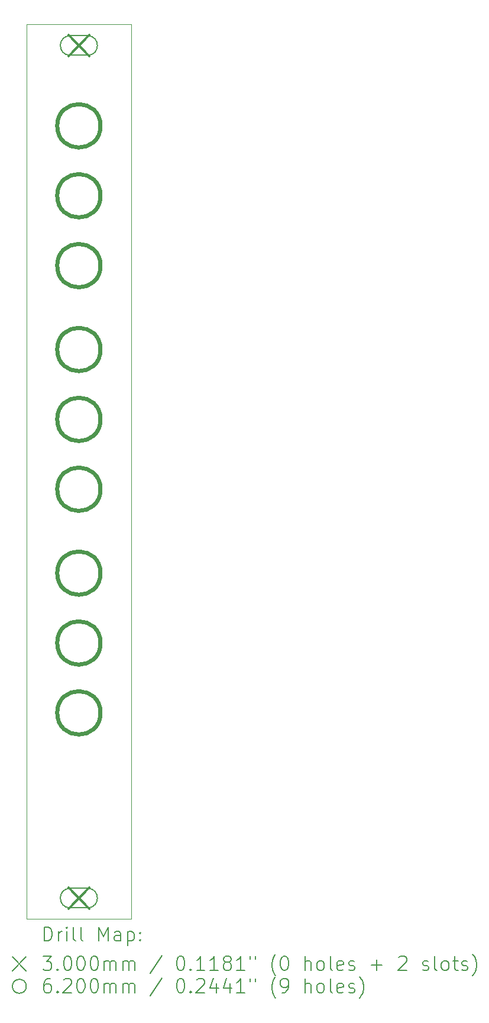
<source format=gbr>
%FSLAX45Y45*%
G04 Gerber Fmt 4.5, Leading zero omitted, Abs format (unit mm)*
G04 Created by KiCad (PCBNEW (6.0.0)) date 2022-07-06 12:19:36*
%MOMM*%
%LPD*%
G01*
G04 APERTURE LIST*
%TA.AperFunction,Profile*%
%ADD10C,0.050000*%
%TD*%
%ADD11C,0.200000*%
%ADD12C,0.300000*%
%ADD13C,0.620000*%
G04 APERTURE END LIST*
D10*
X4778301Y-3650000D02*
X6278301Y-3650000D01*
X6278301Y-16450000D02*
X4778301Y-16450000D01*
X6278301Y-3650000D02*
X6278301Y-16450000D01*
X4778301Y-3650000D02*
X4778301Y-16450000D01*
D11*
D12*
X5378301Y-3800000D02*
X5678301Y-4100000D01*
X5678301Y-3800000D02*
X5378301Y-4100000D01*
D11*
X5403301Y-4090000D02*
X5653301Y-4090000D01*
X5403301Y-3810000D02*
X5653301Y-3810000D01*
X5653301Y-4090000D02*
G75*
G03*
X5653301Y-3810000I0J140000D01*
G01*
X5403301Y-3810000D02*
G75*
G03*
X5403301Y-4090000I0J-140000D01*
G01*
D12*
X5378301Y-16000000D02*
X5678301Y-16300000D01*
X5678301Y-16000000D02*
X5378301Y-16300000D01*
D11*
X5403301Y-16290000D02*
X5653301Y-16290000D01*
X5403301Y-16010000D02*
X5653301Y-16010000D01*
X5653301Y-16290000D02*
G75*
G03*
X5653301Y-16010000I0J140000D01*
G01*
X5403301Y-16010000D02*
G75*
G03*
X5403301Y-16290000I0J-140000D01*
G01*
D13*
X5838301Y-5100000D02*
G75*
G03*
X5838301Y-5100000I-310000J0D01*
G01*
X5838301Y-6100000D02*
G75*
G03*
X5838301Y-6100000I-310000J0D01*
G01*
X5838301Y-7100000D02*
G75*
G03*
X5838301Y-7100000I-310000J0D01*
G01*
X5838301Y-8300000D02*
G75*
G03*
X5838301Y-8300000I-310000J0D01*
G01*
X5838301Y-9300000D02*
G75*
G03*
X5838301Y-9300000I-310000J0D01*
G01*
X5838301Y-10300000D02*
G75*
G03*
X5838301Y-10300000I-310000J0D01*
G01*
X5838301Y-11500000D02*
G75*
G03*
X5838301Y-11500000I-310000J0D01*
G01*
X5838301Y-12500000D02*
G75*
G03*
X5838301Y-12500000I-310000J0D01*
G01*
X5838301Y-13500000D02*
G75*
G03*
X5838301Y-13500000I-310000J0D01*
G01*
D11*
X5033420Y-16762976D02*
X5033420Y-16562976D01*
X5081039Y-16562976D01*
X5109611Y-16572500D01*
X5128658Y-16591548D01*
X5138182Y-16610595D01*
X5147706Y-16648690D01*
X5147706Y-16677262D01*
X5138182Y-16715357D01*
X5128658Y-16734405D01*
X5109611Y-16753452D01*
X5081039Y-16762976D01*
X5033420Y-16762976D01*
X5233420Y-16762976D02*
X5233420Y-16629643D01*
X5233420Y-16667738D02*
X5242944Y-16648690D01*
X5252468Y-16639167D01*
X5271515Y-16629643D01*
X5290563Y-16629643D01*
X5357230Y-16762976D02*
X5357230Y-16629643D01*
X5357230Y-16562976D02*
X5347706Y-16572500D01*
X5357230Y-16582024D01*
X5366753Y-16572500D01*
X5357230Y-16562976D01*
X5357230Y-16582024D01*
X5481039Y-16762976D02*
X5461991Y-16753452D01*
X5452468Y-16734405D01*
X5452468Y-16562976D01*
X5585801Y-16762976D02*
X5566753Y-16753452D01*
X5557230Y-16734405D01*
X5557230Y-16562976D01*
X5814372Y-16762976D02*
X5814372Y-16562976D01*
X5881039Y-16705833D01*
X5947706Y-16562976D01*
X5947706Y-16762976D01*
X6128658Y-16762976D02*
X6128658Y-16658214D01*
X6119134Y-16639167D01*
X6100087Y-16629643D01*
X6061991Y-16629643D01*
X6042944Y-16639167D01*
X6128658Y-16753452D02*
X6109610Y-16762976D01*
X6061991Y-16762976D01*
X6042944Y-16753452D01*
X6033420Y-16734405D01*
X6033420Y-16715357D01*
X6042944Y-16696309D01*
X6061991Y-16686786D01*
X6109610Y-16686786D01*
X6128658Y-16677262D01*
X6223896Y-16629643D02*
X6223896Y-16829643D01*
X6223896Y-16639167D02*
X6242944Y-16629643D01*
X6281039Y-16629643D01*
X6300087Y-16639167D01*
X6309610Y-16648690D01*
X6319134Y-16667738D01*
X6319134Y-16724881D01*
X6309610Y-16743928D01*
X6300087Y-16753452D01*
X6281039Y-16762976D01*
X6242944Y-16762976D01*
X6223896Y-16753452D01*
X6404849Y-16743928D02*
X6414372Y-16753452D01*
X6404849Y-16762976D01*
X6395325Y-16753452D01*
X6404849Y-16743928D01*
X6404849Y-16762976D01*
X6404849Y-16639167D02*
X6414372Y-16648690D01*
X6404849Y-16658214D01*
X6395325Y-16648690D01*
X6404849Y-16639167D01*
X6404849Y-16658214D01*
X4575801Y-16992500D02*
X4775801Y-17192500D01*
X4775801Y-16992500D02*
X4575801Y-17192500D01*
X5014372Y-16982976D02*
X5138182Y-16982976D01*
X5071515Y-17059167D01*
X5100087Y-17059167D01*
X5119134Y-17068690D01*
X5128658Y-17078214D01*
X5138182Y-17097262D01*
X5138182Y-17144881D01*
X5128658Y-17163929D01*
X5119134Y-17173452D01*
X5100087Y-17182976D01*
X5042944Y-17182976D01*
X5023896Y-17173452D01*
X5014372Y-17163929D01*
X5223896Y-17163929D02*
X5233420Y-17173452D01*
X5223896Y-17182976D01*
X5214372Y-17173452D01*
X5223896Y-17163929D01*
X5223896Y-17182976D01*
X5357230Y-16982976D02*
X5376277Y-16982976D01*
X5395325Y-16992500D01*
X5404849Y-17002024D01*
X5414372Y-17021071D01*
X5423896Y-17059167D01*
X5423896Y-17106786D01*
X5414372Y-17144881D01*
X5404849Y-17163929D01*
X5395325Y-17173452D01*
X5376277Y-17182976D01*
X5357230Y-17182976D01*
X5338182Y-17173452D01*
X5328658Y-17163929D01*
X5319134Y-17144881D01*
X5309611Y-17106786D01*
X5309611Y-17059167D01*
X5319134Y-17021071D01*
X5328658Y-17002024D01*
X5338182Y-16992500D01*
X5357230Y-16982976D01*
X5547706Y-16982976D02*
X5566753Y-16982976D01*
X5585801Y-16992500D01*
X5595325Y-17002024D01*
X5604849Y-17021071D01*
X5614372Y-17059167D01*
X5614372Y-17106786D01*
X5604849Y-17144881D01*
X5595325Y-17163929D01*
X5585801Y-17173452D01*
X5566753Y-17182976D01*
X5547706Y-17182976D01*
X5528658Y-17173452D01*
X5519134Y-17163929D01*
X5509611Y-17144881D01*
X5500087Y-17106786D01*
X5500087Y-17059167D01*
X5509611Y-17021071D01*
X5519134Y-17002024D01*
X5528658Y-16992500D01*
X5547706Y-16982976D01*
X5738182Y-16982976D02*
X5757229Y-16982976D01*
X5776277Y-16992500D01*
X5785801Y-17002024D01*
X5795325Y-17021071D01*
X5804849Y-17059167D01*
X5804849Y-17106786D01*
X5795325Y-17144881D01*
X5785801Y-17163929D01*
X5776277Y-17173452D01*
X5757229Y-17182976D01*
X5738182Y-17182976D01*
X5719134Y-17173452D01*
X5709610Y-17163929D01*
X5700087Y-17144881D01*
X5690563Y-17106786D01*
X5690563Y-17059167D01*
X5700087Y-17021071D01*
X5709610Y-17002024D01*
X5719134Y-16992500D01*
X5738182Y-16982976D01*
X5890563Y-17182976D02*
X5890563Y-17049643D01*
X5890563Y-17068690D02*
X5900087Y-17059167D01*
X5919134Y-17049643D01*
X5947706Y-17049643D01*
X5966753Y-17059167D01*
X5976277Y-17078214D01*
X5976277Y-17182976D01*
X5976277Y-17078214D02*
X5985801Y-17059167D01*
X6004849Y-17049643D01*
X6033420Y-17049643D01*
X6052468Y-17059167D01*
X6061991Y-17078214D01*
X6061991Y-17182976D01*
X6157229Y-17182976D02*
X6157229Y-17049643D01*
X6157229Y-17068690D02*
X6166753Y-17059167D01*
X6185801Y-17049643D01*
X6214372Y-17049643D01*
X6233420Y-17059167D01*
X6242944Y-17078214D01*
X6242944Y-17182976D01*
X6242944Y-17078214D02*
X6252468Y-17059167D01*
X6271515Y-17049643D01*
X6300087Y-17049643D01*
X6319134Y-17059167D01*
X6328658Y-17078214D01*
X6328658Y-17182976D01*
X6719134Y-16973452D02*
X6547706Y-17230595D01*
X6976277Y-16982976D02*
X6995325Y-16982976D01*
X7014372Y-16992500D01*
X7023896Y-17002024D01*
X7033420Y-17021071D01*
X7042944Y-17059167D01*
X7042944Y-17106786D01*
X7033420Y-17144881D01*
X7023896Y-17163929D01*
X7014372Y-17173452D01*
X6995325Y-17182976D01*
X6976277Y-17182976D01*
X6957229Y-17173452D01*
X6947706Y-17163929D01*
X6938182Y-17144881D01*
X6928658Y-17106786D01*
X6928658Y-17059167D01*
X6938182Y-17021071D01*
X6947706Y-17002024D01*
X6957229Y-16992500D01*
X6976277Y-16982976D01*
X7128658Y-17163929D02*
X7138182Y-17173452D01*
X7128658Y-17182976D01*
X7119134Y-17173452D01*
X7128658Y-17163929D01*
X7128658Y-17182976D01*
X7328658Y-17182976D02*
X7214372Y-17182976D01*
X7271515Y-17182976D02*
X7271515Y-16982976D01*
X7252468Y-17011548D01*
X7233420Y-17030595D01*
X7214372Y-17040119D01*
X7519134Y-17182976D02*
X7404849Y-17182976D01*
X7461991Y-17182976D02*
X7461991Y-16982976D01*
X7442944Y-17011548D01*
X7423896Y-17030595D01*
X7404849Y-17040119D01*
X7633420Y-17068690D02*
X7614372Y-17059167D01*
X7604849Y-17049643D01*
X7595325Y-17030595D01*
X7595325Y-17021071D01*
X7604849Y-17002024D01*
X7614372Y-16992500D01*
X7633420Y-16982976D01*
X7671515Y-16982976D01*
X7690563Y-16992500D01*
X7700087Y-17002024D01*
X7709610Y-17021071D01*
X7709610Y-17030595D01*
X7700087Y-17049643D01*
X7690563Y-17059167D01*
X7671515Y-17068690D01*
X7633420Y-17068690D01*
X7614372Y-17078214D01*
X7604849Y-17087738D01*
X7595325Y-17106786D01*
X7595325Y-17144881D01*
X7604849Y-17163929D01*
X7614372Y-17173452D01*
X7633420Y-17182976D01*
X7671515Y-17182976D01*
X7690563Y-17173452D01*
X7700087Y-17163929D01*
X7709610Y-17144881D01*
X7709610Y-17106786D01*
X7700087Y-17087738D01*
X7690563Y-17078214D01*
X7671515Y-17068690D01*
X7900087Y-17182976D02*
X7785801Y-17182976D01*
X7842944Y-17182976D02*
X7842944Y-16982976D01*
X7823896Y-17011548D01*
X7804849Y-17030595D01*
X7785801Y-17040119D01*
X7976277Y-16982976D02*
X7976277Y-17021071D01*
X8052468Y-16982976D02*
X8052468Y-17021071D01*
X8347706Y-17259167D02*
X8338182Y-17249643D01*
X8319134Y-17221071D01*
X8309610Y-17202024D01*
X8300087Y-17173452D01*
X8290563Y-17125833D01*
X8290563Y-17087738D01*
X8300087Y-17040119D01*
X8309610Y-17011548D01*
X8319134Y-16992500D01*
X8338182Y-16963929D01*
X8347706Y-16954405D01*
X8461991Y-16982976D02*
X8481039Y-16982976D01*
X8500087Y-16992500D01*
X8509611Y-17002024D01*
X8519134Y-17021071D01*
X8528658Y-17059167D01*
X8528658Y-17106786D01*
X8519134Y-17144881D01*
X8509611Y-17163929D01*
X8500087Y-17173452D01*
X8481039Y-17182976D01*
X8461991Y-17182976D01*
X8442944Y-17173452D01*
X8433420Y-17163929D01*
X8423896Y-17144881D01*
X8414372Y-17106786D01*
X8414372Y-17059167D01*
X8423896Y-17021071D01*
X8433420Y-17002024D01*
X8442944Y-16992500D01*
X8461991Y-16982976D01*
X8766753Y-17182976D02*
X8766753Y-16982976D01*
X8852468Y-17182976D02*
X8852468Y-17078214D01*
X8842944Y-17059167D01*
X8823896Y-17049643D01*
X8795325Y-17049643D01*
X8776277Y-17059167D01*
X8766753Y-17068690D01*
X8976277Y-17182976D02*
X8957230Y-17173452D01*
X8947706Y-17163929D01*
X8938182Y-17144881D01*
X8938182Y-17087738D01*
X8947706Y-17068690D01*
X8957230Y-17059167D01*
X8976277Y-17049643D01*
X9004849Y-17049643D01*
X9023896Y-17059167D01*
X9033420Y-17068690D01*
X9042944Y-17087738D01*
X9042944Y-17144881D01*
X9033420Y-17163929D01*
X9023896Y-17173452D01*
X9004849Y-17182976D01*
X8976277Y-17182976D01*
X9157230Y-17182976D02*
X9138182Y-17173452D01*
X9128658Y-17154405D01*
X9128658Y-16982976D01*
X9309611Y-17173452D02*
X9290563Y-17182976D01*
X9252468Y-17182976D01*
X9233420Y-17173452D01*
X9223896Y-17154405D01*
X9223896Y-17078214D01*
X9233420Y-17059167D01*
X9252468Y-17049643D01*
X9290563Y-17049643D01*
X9309611Y-17059167D01*
X9319134Y-17078214D01*
X9319134Y-17097262D01*
X9223896Y-17116310D01*
X9395325Y-17173452D02*
X9414372Y-17182976D01*
X9452468Y-17182976D01*
X9471515Y-17173452D01*
X9481039Y-17154405D01*
X9481039Y-17144881D01*
X9471515Y-17125833D01*
X9452468Y-17116310D01*
X9423896Y-17116310D01*
X9404849Y-17106786D01*
X9395325Y-17087738D01*
X9395325Y-17078214D01*
X9404849Y-17059167D01*
X9423896Y-17049643D01*
X9452468Y-17049643D01*
X9471515Y-17059167D01*
X9719134Y-17106786D02*
X9871515Y-17106786D01*
X9795325Y-17182976D02*
X9795325Y-17030595D01*
X10109611Y-17002024D02*
X10119134Y-16992500D01*
X10138182Y-16982976D01*
X10185801Y-16982976D01*
X10204849Y-16992500D01*
X10214372Y-17002024D01*
X10223896Y-17021071D01*
X10223896Y-17040119D01*
X10214372Y-17068690D01*
X10100087Y-17182976D01*
X10223896Y-17182976D01*
X10452468Y-17173452D02*
X10471515Y-17182976D01*
X10509611Y-17182976D01*
X10528658Y-17173452D01*
X10538182Y-17154405D01*
X10538182Y-17144881D01*
X10528658Y-17125833D01*
X10509611Y-17116310D01*
X10481039Y-17116310D01*
X10461991Y-17106786D01*
X10452468Y-17087738D01*
X10452468Y-17078214D01*
X10461991Y-17059167D01*
X10481039Y-17049643D01*
X10509611Y-17049643D01*
X10528658Y-17059167D01*
X10652468Y-17182976D02*
X10633420Y-17173452D01*
X10623896Y-17154405D01*
X10623896Y-16982976D01*
X10757230Y-17182976D02*
X10738182Y-17173452D01*
X10728658Y-17163929D01*
X10719134Y-17144881D01*
X10719134Y-17087738D01*
X10728658Y-17068690D01*
X10738182Y-17059167D01*
X10757230Y-17049643D01*
X10785801Y-17049643D01*
X10804849Y-17059167D01*
X10814372Y-17068690D01*
X10823896Y-17087738D01*
X10823896Y-17144881D01*
X10814372Y-17163929D01*
X10804849Y-17173452D01*
X10785801Y-17182976D01*
X10757230Y-17182976D01*
X10881039Y-17049643D02*
X10957230Y-17049643D01*
X10909611Y-16982976D02*
X10909611Y-17154405D01*
X10919134Y-17173452D01*
X10938182Y-17182976D01*
X10957230Y-17182976D01*
X11014372Y-17173452D02*
X11033420Y-17182976D01*
X11071515Y-17182976D01*
X11090563Y-17173452D01*
X11100087Y-17154405D01*
X11100087Y-17144881D01*
X11090563Y-17125833D01*
X11071515Y-17116310D01*
X11042944Y-17116310D01*
X11023896Y-17106786D01*
X11014372Y-17087738D01*
X11014372Y-17078214D01*
X11023896Y-17059167D01*
X11042944Y-17049643D01*
X11071515Y-17049643D01*
X11090563Y-17059167D01*
X11166753Y-17259167D02*
X11176277Y-17249643D01*
X11195325Y-17221071D01*
X11204849Y-17202024D01*
X11214372Y-17173452D01*
X11223896Y-17125833D01*
X11223896Y-17087738D01*
X11214372Y-17040119D01*
X11204849Y-17011548D01*
X11195325Y-16992500D01*
X11176277Y-16963929D01*
X11166753Y-16954405D01*
X4775801Y-17412500D02*
G75*
G03*
X4775801Y-17412500I-100000J0D01*
G01*
X5119134Y-17302976D02*
X5081039Y-17302976D01*
X5061991Y-17312500D01*
X5052468Y-17322024D01*
X5033420Y-17350595D01*
X5023896Y-17388690D01*
X5023896Y-17464881D01*
X5033420Y-17483929D01*
X5042944Y-17493452D01*
X5061991Y-17502976D01*
X5100087Y-17502976D01*
X5119134Y-17493452D01*
X5128658Y-17483929D01*
X5138182Y-17464881D01*
X5138182Y-17417262D01*
X5128658Y-17398214D01*
X5119134Y-17388690D01*
X5100087Y-17379167D01*
X5061991Y-17379167D01*
X5042944Y-17388690D01*
X5033420Y-17398214D01*
X5023896Y-17417262D01*
X5223896Y-17483929D02*
X5233420Y-17493452D01*
X5223896Y-17502976D01*
X5214372Y-17493452D01*
X5223896Y-17483929D01*
X5223896Y-17502976D01*
X5309611Y-17322024D02*
X5319134Y-17312500D01*
X5338182Y-17302976D01*
X5385801Y-17302976D01*
X5404849Y-17312500D01*
X5414372Y-17322024D01*
X5423896Y-17341071D01*
X5423896Y-17360119D01*
X5414372Y-17388690D01*
X5300087Y-17502976D01*
X5423896Y-17502976D01*
X5547706Y-17302976D02*
X5566753Y-17302976D01*
X5585801Y-17312500D01*
X5595325Y-17322024D01*
X5604849Y-17341071D01*
X5614372Y-17379167D01*
X5614372Y-17426786D01*
X5604849Y-17464881D01*
X5595325Y-17483929D01*
X5585801Y-17493452D01*
X5566753Y-17502976D01*
X5547706Y-17502976D01*
X5528658Y-17493452D01*
X5519134Y-17483929D01*
X5509611Y-17464881D01*
X5500087Y-17426786D01*
X5500087Y-17379167D01*
X5509611Y-17341071D01*
X5519134Y-17322024D01*
X5528658Y-17312500D01*
X5547706Y-17302976D01*
X5738182Y-17302976D02*
X5757229Y-17302976D01*
X5776277Y-17312500D01*
X5785801Y-17322024D01*
X5795325Y-17341071D01*
X5804849Y-17379167D01*
X5804849Y-17426786D01*
X5795325Y-17464881D01*
X5785801Y-17483929D01*
X5776277Y-17493452D01*
X5757229Y-17502976D01*
X5738182Y-17502976D01*
X5719134Y-17493452D01*
X5709610Y-17483929D01*
X5700087Y-17464881D01*
X5690563Y-17426786D01*
X5690563Y-17379167D01*
X5700087Y-17341071D01*
X5709610Y-17322024D01*
X5719134Y-17312500D01*
X5738182Y-17302976D01*
X5890563Y-17502976D02*
X5890563Y-17369643D01*
X5890563Y-17388690D02*
X5900087Y-17379167D01*
X5919134Y-17369643D01*
X5947706Y-17369643D01*
X5966753Y-17379167D01*
X5976277Y-17398214D01*
X5976277Y-17502976D01*
X5976277Y-17398214D02*
X5985801Y-17379167D01*
X6004849Y-17369643D01*
X6033420Y-17369643D01*
X6052468Y-17379167D01*
X6061991Y-17398214D01*
X6061991Y-17502976D01*
X6157229Y-17502976D02*
X6157229Y-17369643D01*
X6157229Y-17388690D02*
X6166753Y-17379167D01*
X6185801Y-17369643D01*
X6214372Y-17369643D01*
X6233420Y-17379167D01*
X6242944Y-17398214D01*
X6242944Y-17502976D01*
X6242944Y-17398214D02*
X6252468Y-17379167D01*
X6271515Y-17369643D01*
X6300087Y-17369643D01*
X6319134Y-17379167D01*
X6328658Y-17398214D01*
X6328658Y-17502976D01*
X6719134Y-17293452D02*
X6547706Y-17550595D01*
X6976277Y-17302976D02*
X6995325Y-17302976D01*
X7014372Y-17312500D01*
X7023896Y-17322024D01*
X7033420Y-17341071D01*
X7042944Y-17379167D01*
X7042944Y-17426786D01*
X7033420Y-17464881D01*
X7023896Y-17483929D01*
X7014372Y-17493452D01*
X6995325Y-17502976D01*
X6976277Y-17502976D01*
X6957229Y-17493452D01*
X6947706Y-17483929D01*
X6938182Y-17464881D01*
X6928658Y-17426786D01*
X6928658Y-17379167D01*
X6938182Y-17341071D01*
X6947706Y-17322024D01*
X6957229Y-17312500D01*
X6976277Y-17302976D01*
X7128658Y-17483929D02*
X7138182Y-17493452D01*
X7128658Y-17502976D01*
X7119134Y-17493452D01*
X7128658Y-17483929D01*
X7128658Y-17502976D01*
X7214372Y-17322024D02*
X7223896Y-17312500D01*
X7242944Y-17302976D01*
X7290563Y-17302976D01*
X7309610Y-17312500D01*
X7319134Y-17322024D01*
X7328658Y-17341071D01*
X7328658Y-17360119D01*
X7319134Y-17388690D01*
X7204849Y-17502976D01*
X7328658Y-17502976D01*
X7500087Y-17369643D02*
X7500087Y-17502976D01*
X7452468Y-17293452D02*
X7404849Y-17436310D01*
X7528658Y-17436310D01*
X7690563Y-17369643D02*
X7690563Y-17502976D01*
X7642944Y-17293452D02*
X7595325Y-17436310D01*
X7719134Y-17436310D01*
X7900087Y-17502976D02*
X7785801Y-17502976D01*
X7842944Y-17502976D02*
X7842944Y-17302976D01*
X7823896Y-17331548D01*
X7804849Y-17350595D01*
X7785801Y-17360119D01*
X7976277Y-17302976D02*
X7976277Y-17341071D01*
X8052468Y-17302976D02*
X8052468Y-17341071D01*
X8347706Y-17579167D02*
X8338182Y-17569643D01*
X8319134Y-17541071D01*
X8309610Y-17522024D01*
X8300087Y-17493452D01*
X8290563Y-17445833D01*
X8290563Y-17407738D01*
X8300087Y-17360119D01*
X8309610Y-17331548D01*
X8319134Y-17312500D01*
X8338182Y-17283929D01*
X8347706Y-17274405D01*
X8433420Y-17502976D02*
X8471515Y-17502976D01*
X8490563Y-17493452D01*
X8500087Y-17483929D01*
X8519134Y-17455357D01*
X8528658Y-17417262D01*
X8528658Y-17341071D01*
X8519134Y-17322024D01*
X8509611Y-17312500D01*
X8490563Y-17302976D01*
X8452468Y-17302976D01*
X8433420Y-17312500D01*
X8423896Y-17322024D01*
X8414372Y-17341071D01*
X8414372Y-17388690D01*
X8423896Y-17407738D01*
X8433420Y-17417262D01*
X8452468Y-17426786D01*
X8490563Y-17426786D01*
X8509611Y-17417262D01*
X8519134Y-17407738D01*
X8528658Y-17388690D01*
X8766753Y-17502976D02*
X8766753Y-17302976D01*
X8852468Y-17502976D02*
X8852468Y-17398214D01*
X8842944Y-17379167D01*
X8823896Y-17369643D01*
X8795325Y-17369643D01*
X8776277Y-17379167D01*
X8766753Y-17388690D01*
X8976277Y-17502976D02*
X8957230Y-17493452D01*
X8947706Y-17483929D01*
X8938182Y-17464881D01*
X8938182Y-17407738D01*
X8947706Y-17388690D01*
X8957230Y-17379167D01*
X8976277Y-17369643D01*
X9004849Y-17369643D01*
X9023896Y-17379167D01*
X9033420Y-17388690D01*
X9042944Y-17407738D01*
X9042944Y-17464881D01*
X9033420Y-17483929D01*
X9023896Y-17493452D01*
X9004849Y-17502976D01*
X8976277Y-17502976D01*
X9157230Y-17502976D02*
X9138182Y-17493452D01*
X9128658Y-17474405D01*
X9128658Y-17302976D01*
X9309611Y-17493452D02*
X9290563Y-17502976D01*
X9252468Y-17502976D01*
X9233420Y-17493452D01*
X9223896Y-17474405D01*
X9223896Y-17398214D01*
X9233420Y-17379167D01*
X9252468Y-17369643D01*
X9290563Y-17369643D01*
X9309611Y-17379167D01*
X9319134Y-17398214D01*
X9319134Y-17417262D01*
X9223896Y-17436310D01*
X9395325Y-17493452D02*
X9414372Y-17502976D01*
X9452468Y-17502976D01*
X9471515Y-17493452D01*
X9481039Y-17474405D01*
X9481039Y-17464881D01*
X9471515Y-17445833D01*
X9452468Y-17436310D01*
X9423896Y-17436310D01*
X9404849Y-17426786D01*
X9395325Y-17407738D01*
X9395325Y-17398214D01*
X9404849Y-17379167D01*
X9423896Y-17369643D01*
X9452468Y-17369643D01*
X9471515Y-17379167D01*
X9547706Y-17579167D02*
X9557230Y-17569643D01*
X9576277Y-17541071D01*
X9585801Y-17522024D01*
X9595325Y-17493452D01*
X9604849Y-17445833D01*
X9604849Y-17407738D01*
X9595325Y-17360119D01*
X9585801Y-17331548D01*
X9576277Y-17312500D01*
X9557230Y-17283929D01*
X9547706Y-17274405D01*
M02*

</source>
